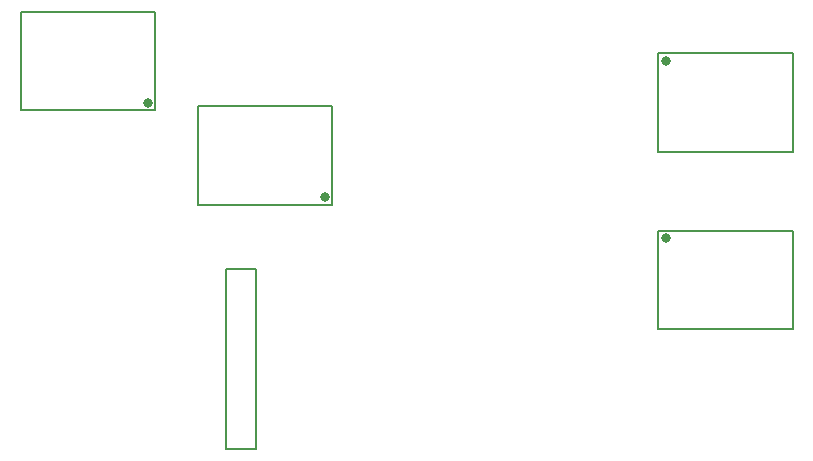
<source format=gbr>
G04 EAGLE Gerber RS-274X export*
G75*
%MOMM*%
%FSLAX34Y34*%
%LPD*%
%INSilkscreen Bottom*%
%IPPOS*%
%AMOC8*
5,1,8,0,0,1.08239X$1,22.5*%
G01*
%ADD10C,0.127000*%
%ADD11C,0.203200*%
%ADD12C,0.812219*%


D10*
X277300Y256200D02*
X277300Y103800D01*
X302700Y103800D01*
X302700Y256200D01*
X277300Y256200D01*
D11*
X643032Y289000D02*
X756968Y289000D01*
X756968Y205600D01*
X643032Y205600D01*
X643032Y289000D01*
D12*
X649200Y282700D03*
D11*
X643032Y439000D02*
X756968Y439000D01*
X756968Y355600D01*
X643032Y355600D01*
X643032Y439000D01*
D12*
X649200Y432700D03*
D11*
X216968Y391000D02*
X103032Y391000D01*
X103032Y474400D01*
X216968Y474400D01*
X216968Y391000D01*
D12*
X210800Y397300D03*
D11*
X253032Y311000D02*
X366968Y311000D01*
X253032Y311000D02*
X253032Y394400D01*
X366968Y394400D01*
X366968Y311000D01*
D12*
X360800Y317300D03*
M02*

</source>
